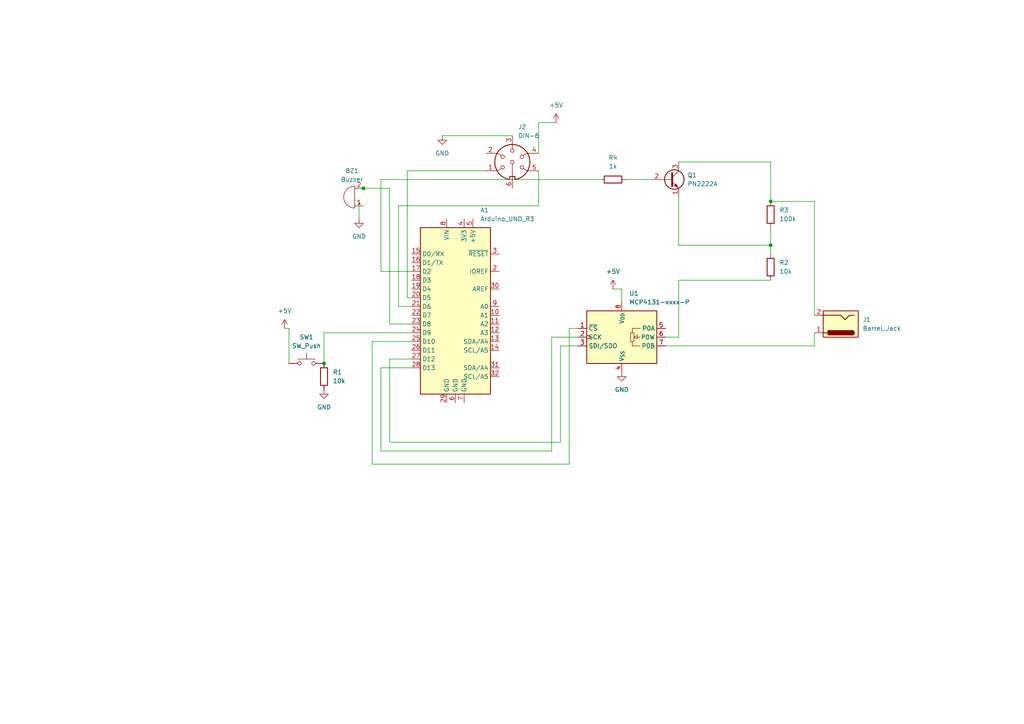
<source format=kicad_sch>
(kicad_sch (version 20250114) (generator "eeschema") (generator_version "9.0")
  (paper "A4")
  (title_block (title "Stitch Regulator") (rev "2") (company "Stitch The Planet"))
  (lib_symbols
    (symbol "Connector:Barrel_Jack" (pin_names (offset 1.016))
      (property "Reference" "J" (at 0 5.334 0))
      (property "Value" "Barrel_Jack" (at 0 -5.08 0))
      (symbol "Barrel_Jack_0_1"
        (rectangle (start -5.08 3.81) (end 5.08 -3.81) (stroke (width 0.254)) (fill (type background)))
        (polyline (pts (xy -3.81 -2.54) (xy -2.54 -2.54) (xy -1.27 -1.27) (xy 0 -2.54) (xy 2.54 -2.54) (xy 5.08 -2.54)) (stroke (width 0.254)))
        (arc (start -3.302 1.905) (mid -3.9343 2.54) (end -3.302 3.175) (stroke (width 0.254)))
        (arc (start -3.302 1.905) (mid -3.9343 2.54) (end -3.302 3.175) (stroke (width 0.254)) (fill (type outline)))
        (rectangle (start 3.683 3.175) (end -3.302 1.905) (stroke (width 0.254)) (fill (type outline)))
        (polyline (pts (xy 5.08 2.54) (xy 3.81 2.54)) (stroke (width 0.254)))
      )
      (symbol "Barrel_Jack_1_1"
        (pin passive line (at 7.62 2.54 180) (length 2.54) (name "~") (number "1"))
        (pin passive line (at 7.62 -2.54 180) (length 2.54) (name "~") (number "2"))
      )
    )
    (symbol "Connector:DIN-6" (pin_names (offset 1.016))
      (property "Reference" "J" (at 3.175 5.715 0))
      (property "Value" "DIN-6" (at 4.445 -4.445 0))
      (symbol "DIN-6_0_1"
        (polyline (pts (xy -5.08 2.54) (xy -4.318 2.54) (xy -3.175 1.905)))
        (polyline (pts (xy -5.08 -2.54) (xy -4.318 -2.54) (xy -3.175 -1.905)))
        (circle (center -2.794 1.524) (radius 0.508))
        (circle (center -2.794 -1.524) (radius 0.508))
        (polyline (pts (xy -0.762 -4.953) (xy -0.762 -4.191) (xy 0.762 -4.191) (xy 0.762 -4.953)) (stroke (width 0.254)))
        (arc (start 5.08 0) (mid 3.8673 -3.3444) (end 0.762 -5.08) (stroke (width 0.254)))
        (polyline (pts (xy 0 5.08) (xy 0 3.81)))
        (circle (center 0 3.302) (radius 0.508))
        (circle (center 0 0) (radius 0.508))
        (arc (start -5.08 0) (mid 0 5.0579) (end 5.08 0) (stroke (width 0.254)))
        (polyline (pts (xy 0 -5.08) (xy 0 -0.508)))
        (arc (start -0.762 -5.08) (mid -3.8597 -3.3379) (end -5.08 0) (stroke (width 0.254)))
        (circle (center 2.794 1.524) (radius 0.508))
        (circle (center 2.794 -1.524) (radius 0.508))
        (polyline (pts (xy 5.08 2.54) (xy 4.318 2.54) (xy 3.175 1.905)))
        (polyline (pts (xy 5.08 -2.54) (xy 4.318 -2.54) (xy 3.175 -1.905)))
      )
      (symbol "DIN-6_1_1"
        (pin passive line (at -7.62 2.54 0) (length 2.54) (name "~") (number "2"))
        (pin passive line (at -7.62 -2.54 0) (length 2.54) (name "~") (number "1"))
        (pin passive line (at 0 7.62 270) (length 2.54) (name "~") (number "3"))
        (pin passive line (at 0 -7.62 90) (length 2.54) (name "~") (number "6"))
        (pin passive line (at 7.62 2.54 180) (length 2.54) (name "~") (number "4"))
        (pin passive line (at 7.62 -2.54 180) (length 2.54) (name "~") (number "5"))
      )
    )
    (symbol "Device:Buzzer" (pin_names (offset 0.0254) (hide yes))
      (property "Reference" "BZ" (at 3.81 1.27 0))
      (property "Value" "Buzzer" (at 3.81 -1.27 0))
      (symbol "Buzzer_0_1"
        (polyline (pts (xy -1.651 1.905) (xy -1.143 1.905)))
        (polyline (pts (xy -1.397 2.159) (xy -1.397 1.651)))
        (arc (start 0 3.175) (mid 3.1612 0) (end 0 -3.175))
        (polyline (pts (xy 0 3.175) (xy 0 -3.175)))
      )
      (symbol "Buzzer_1_1"
        (pin passive line (at -2.54 2.54 0) (length 2.54) (name "+") (number "1"))
        (pin passive line (at -2.54 -2.54 0) (length 2.54) (name "-") (number "2"))
      )
    )
    (symbol "Device:R" (pin_numbers (hide yes)) (pin_names (offset 0))
      (property "Reference" "R" (at 2.032 0 90))
      (property "Value" "R" (at 0 0 90))
      (symbol "R_0_1"
        (rectangle (start -1.016 -2.54) (end 1.016 2.54) (stroke (width 0.254)))
      )
      (symbol "R_1_1"
        (pin passive line (at 0 3.81 270) (length 1.27) (name "~") (number "1"))
        (pin passive line (at 0 -3.81 90) (length 1.27) (name "~") (number "2"))
      )
    )
    (symbol "MCU_Module:Arduino_UNO_R3"
      (property "Reference" "A" (at -10.16 23.495 0))
      (property "Value" "Arduino_UNO_R3" (at 5.08 -26.67 0))
      (symbol "Arduino_UNO_R3_0_1"
        (rectangle (start -10.16 22.86) (end 10.16 -25.4) (stroke (width 0.254)) (fill (type background)))
      )
      (symbol "Arduino_UNO_R3_1_1"
        (pin bidirectional line (at -12.7 15.24 0) (length 2.54) (name "D0/RX") (number "15"))
        (pin bidirectional line (at -12.7 12.7 0) (length 2.54) (name "D1/TX") (number "16"))
        (pin bidirectional line (at -12.7 10.16 0) (length 2.54) (name "D2") (number "17"))
        (pin bidirectional line (at -12.7 7.62 0) (length 2.54) (name "D3") (number "18"))
        (pin bidirectional line (at -12.7 5.08 0) (length 2.54) (name "D4") (number "19"))
        (pin bidirectional line (at -12.7 2.54 0) (length 2.54) (name "D5") (number "20"))
        (pin bidirectional line (at -12.7 0 0) (length 2.54) (name "D6") (number "21"))
        (pin bidirectional line (at -12.7 -2.54 0) (length 2.54) (name "D7") (number "22"))
        (pin bidirectional line (at -12.7 -5.08 0) (length 2.54) (name "D8") (number "23"))
        (pin bidirectional line (at -12.7 -7.62 0) (length 2.54) (name "D9") (number "24"))
        (pin bidirectional line (at -12.7 -10.16 0) (length 2.54) (name "D10") (number "25"))
        (pin bidirectional line (at -12.7 -12.7 0) (length 2.54) (name "D11") (number "26"))
        (pin bidirectional line (at -12.7 -15.24 0) (length 2.54) (name "D12") (number "27"))
        (pin bidirectional line (at -12.7 -17.78 0) (length 2.54) (name "D13") (number "28"))
        (pin no_connect line (at -10.16 -20.32 0) (length 2.54) (hide yes) (name "NC") (number "1"))
        (pin power_in line (at -2.54 25.4 270) (length 2.54) (name "VIN") (number "8"))
        (pin power_in line (at -2.54 -27.94 90) (length 2.54) (name "GND") (number "29"))
        (pin power_in line (at 0 -27.94 90) (length 2.54) (name "GND") (number "6"))
        (pin power_out line (at 2.54 25.4 270) (length 2.54) (name "3V3") (number "4"))
        (pin power_in line (at 2.54 -27.94 90) (length 2.54) (name "GND") (number "7"))
        (pin power_out line (at 5.08 25.4 270) (length 2.54) (name "+5V") (number "5"))
        (pin input line (at 12.7 15.24 180) (length 2.54) (name "~{RESET}") (number "3"))
        (pin output line (at 12.7 10.16 180) (length 2.54) (name "IOREF") (number "2"))
        (pin input line (at 12.7 5.08 180) (length 2.54) (name "AREF") (number "30"))
        (pin bidirectional line (at 12.7 0 180) (length 2.54) (name "A0") (number "9"))
        (pin bidirectional line (at 12.7 -2.54 180) (length 2.54) (name "A1") (number "10"))
        (pin bidirectional line (at 12.7 -5.08 180) (length 2.54) (name "A2") (number "11"))
        (pin bidirectional line (at 12.7 -7.62 180) (length 2.54) (name "A3") (number "12"))
        (pin bidirectional line (at 12.7 -10.16 180) (length 2.54) (name "SDA/A4") (number "13"))
        (pin bidirectional line (at 12.7 -12.7 180) (length 2.54) (name "SCL/A5") (number "14"))
        (pin bidirectional line (at 12.7 -17.78 180) (length 2.54) (name "SDA/A4") (number "31"))
        (pin bidirectional line (at 12.7 -20.32 180) (length 2.54) (name "SCL/A5") (number "32"))
      )
    )
    (symbol "Potentiometer_Digital:MCP4131-xxxx-P"
      (property "Reference" "U" (at 2.54 11.43 0))
      (property "Value" "MCP4131-xxxx-P" (at 2.54 8.89 0))
      (symbol "MCP4131-xxxx-P_0_0"
        (pin input line (at -12.7 2.54 0) (length 2.54) (name "~{CS}") (number "1"))
        (pin input clock (at -12.7 0 0) (length 2.54) (name "SCK") (number "2"))
        (pin bidirectional line (at -12.7 -2.54 0) (length 2.54) (name "SDI/SDO") (number "3"))
        (pin power_in line (at 0 10.16 270) (length 2.54) (name "V_{DD}") (number "8"))
        (pin power_in line (at 0 -10.16 90) (length 2.54) (name "V_{SS}") (number "4"))
        (pin passive line (at 12.7 2.54 180) (length 2.54) (name "P0A") (number "5"))
        (pin passive line (at 12.7 0 180) (length 2.54) (name "P0W") (number "6"))
        (pin passive line (at 12.7 -2.54 180) (length 2.54) (name "P0B") (number "7"))
      )
      (symbol "MCP4131-xxxx-P_0_1"
        (rectangle (start 2.54 1.27) (end 3.556 -1.27))
        (polyline (pts (xy 3.048 -1.27) (xy 3.048 -2.54) (xy 5.334 -2.54)))
        (polyline (pts (xy 4.572 0.508) (xy 3.556 0) (xy 4.572 -0.508) (xy 4.572 0.508)))
        (polyline (pts (xy 4.572 0) (xy 5.334 0)))
        (polyline (pts (xy 5.334 2.54) (xy 3.048 2.54) (xy 3.048 1.27)))
      )
      (symbol "MCP4131-xxxx-P_1_1"
        (rectangle (start -10.16 7.62) (end 10.16 -7.62) (stroke (width 0.254)) (fill (type background)))
      )
    )
    (symbol "Switch:SW_Push" (pin_numbers (hide yes)) (pin_names (offset 1.016) (hide yes))
      (property "Reference" "SW" (at 1.27 2.54 0))
      (property "Value" "SW_Push" (at 0 -1.524 0))
      (symbol "SW_Push_0_1"
        (circle (center -2.032 0) (radius 0.508))
        (polyline (pts (xy 0 1.27) (xy 0 3.048)))
        (circle (center 2.032 0) (radius 0.508))
        (polyline (pts (xy 2.54 1.27) (xy -2.54 1.27)))
        (pin passive line (at -5.08 0 0) (length 2.54) (name "1") (number "1"))
        (pin passive line (at 5.08 0 180) (length 2.54) (name "2") (number "2"))
      )
    )
    (symbol "Transistor_BJT:PN2222A" (pin_names (offset 0) (hide yes))
      (property "Reference" "Q" (at 5.08 1.905 0))
      (property "Value" "PN2222A" (at 5.08 0 0))
      (symbol "PN2222A_0_1"
        (polyline (pts (xy -2.54 0) (xy 0.635 0)))
        (polyline (pts (xy 0.635 1.905) (xy 0.635 -1.905)) (stroke (width 0.508)))
        (circle (center 1.27 0) (radius 2.8194) (stroke (width 0.254)))
      )
      (symbol "PN2222A_1_1"
        (polyline (pts (xy 0.635 0.635) (xy 2.54 2.54)))
        (polyline (pts (xy 0.635 -0.635) (xy 2.54 -2.54)))
        (polyline (pts (xy 1.27 -1.778) (xy 1.778 -1.27) (xy 2.286 -2.286) (xy 1.27 -1.778)) (fill (type outline)))
        (pin input line (at -5.08 0 0) (length 2.54) (name "B") (number "2"))
        (pin passive line (at 2.54 5.08 270) (length 2.54) (name "C") (number "3"))
        (pin passive line (at 2.54 -5.08 90) (length 2.54) (name "E") (number "1"))
      )
    )
    (symbol "power:+5V" (power) (pin_numbers (hide yes)) (pin_names (offset 0) (hide yes))
      (property "Value" "+5V" (at 0 3.556 0))
      (symbol "+5V_0_1"
        (polyline (pts (xy -0.762 1.27) (xy 0 2.54)))
        (polyline (pts (xy 0 2.54) (xy 0.762 1.27)))
        (polyline (pts (xy 0 0) (xy 0 2.54)))
      )
      (symbol "+5V_1_1"
        (pin power_in line (at 0 0 90) (length 0) (name "~") (number "1"))
      )
    )
    (symbol "power:GND" (power) (pin_numbers (hide yes)) (pin_names (offset 0) (hide yes))
      (property "Value" "GND" (at 0 -3.81 0))
      (symbol "GND_0_1"
        (polyline (pts (xy 0 0) (xy 0 -1.27) (xy 1.27 -1.27) (xy 0 -2.54) (xy -1.27 -1.27) (xy 0 -1.27)))
      )
      (symbol "GND_1_1"
        (pin power_in line (at 0 0 270) (length 0) (name "~") (number "1"))
      )
    )
  )
  (junction (at 105.41 54.61))
  (junction (at 93.98 105.41))
  (junction (at 223.52 58.42))
  (junction (at 223.52 71.12))
  (wire (pts (xy 113.03 128.27) (xy 113.03 104.14)))
  (wire (pts (xy 83.82 95.25) (xy 82.55 95.25)))
  (wire (pts (xy 236.22 100.33) (xy 236.22 96.52)))
  (wire (pts (xy 156.21 44.45) (xy 156.21 35.56)))
  (wire (pts (xy 107.95 134.62) (xy 107.95 99.06)))
  (wire (pts (xy 165.1 134.62) (xy 107.95 134.62)))
  (wire (pts (xy 177.8 83.82) (xy 180.34 83.82)))
  (wire (pts (xy 189.23 52.07) (xy 181.61 52.07)))
  (wire (pts (xy 113.03 104.14) (xy 119.38 104.14)))
  (wire (pts (xy 236.22 58.42) (xy 223.52 58.42)))
  (wire (pts (xy 110.49 52.07) (xy 110.49 78.74)))
  (wire (pts (xy 156.21 49.53) (xy 156.21 59.69)))
  (wire (pts (xy 196.85 81.28) (xy 196.85 97.79)))
  (wire (pts (xy 162.56 128.27) (xy 113.03 128.27)))
  (wire (pts (xy 93.98 96.52) (xy 93.98 105.41)))
  (wire (pts (xy 223.52 66.04) (xy 223.52 71.12)))
  (wire (pts (xy 113.03 93.98) (xy 119.38 93.98)))
  (wire (pts (xy 223.52 46.99) (xy 223.52 58.42)))
  (wire (pts (xy 196.85 46.99) (xy 223.52 46.99)))
  (wire (pts (xy 196.85 97.79) (xy 193.04 97.79)))
  (wire (pts (xy 223.52 71.12) (xy 223.52 73.66)))
  (wire (pts (xy 105.41 54.61) (xy 113.03 54.61)))
  (wire (pts (xy 196.85 71.12) (xy 223.52 71.12)))
  (wire (pts (xy 113.03 54.61) (xy 113.03 93.98)))
  (wire (pts (xy 167.64 100.33) (xy 162.56 100.33)))
  (wire (pts (xy 162.56 100.33) (xy 162.56 128.27)))
  (wire (pts (xy 115.57 88.9) (xy 119.38 88.9)))
  (wire (pts (xy 156.21 59.69) (xy 115.57 59.69)))
  (wire (pts (xy 140.97 49.53) (xy 118.11 49.53)))
  (wire (pts (xy 118.11 49.53) (xy 118.11 86.36)))
  (wire (pts (xy 128.27 39.37) (xy 148.59 39.37)))
  (wire (pts (xy 196.85 57.15) (xy 196.85 71.12)))
  (wire (pts (xy 223.52 81.28) (xy 196.85 81.28)))
  (wire (pts (xy 173.99 52.07) (xy 110.49 52.07)))
  (wire (pts (xy 110.49 78.74) (xy 119.38 78.74)))
  (wire (pts (xy 107.95 99.06) (xy 119.38 99.06)))
  (wire (pts (xy 180.34 83.82) (xy 180.34 87.63)))
  (wire (pts (xy 104.14 63.5) (xy 104.14 59.69)))
  (wire (pts (xy 167.64 97.79) (xy 160.02 97.79)))
  (wire (pts (xy 160.02 130.81) (xy 110.49 130.81)))
  (wire (pts (xy 110.49 130.81) (xy 110.49 106.68)))
  (wire (pts (xy 104.14 59.69) (xy 105.41 59.69)))
  (wire (pts (xy 110.49 106.68) (xy 119.38 106.68)))
  (wire (pts (xy 165.1 95.25) (xy 165.1 134.62)))
  (wire (pts (xy 236.22 91.44) (xy 236.22 58.42)))
  (wire (pts (xy 193.04 100.33) (xy 236.22 100.33)))
  (wire (pts (xy 104.14 54.61) (xy 105.41 54.61)))
  (wire (pts (xy 160.02 97.79) (xy 160.02 130.81)))
  (wire (pts (xy 118.11 86.36) (xy 119.38 86.36)))
  (wire (pts (xy 119.38 96.52) (xy 93.98 96.52)))
  (wire (pts (xy 156.21 35.56) (xy 161.29 35.56)))
  (wire (pts (xy 115.57 59.69) (xy 115.57 88.9)))
  (wire (pts (xy 83.82 105.41) (xy 83.82 95.25)))
  (wire (pts (xy 167.64 95.25) (xy 165.1 95.25)))
  (symbol (lib_id "Device:R") (at 93.98 109.22 0) (unit 1)
    (property "Reference" "R1" (at 96.52 107.9499 0) (effects (justify left)))
    (property "Value" "10k" (at 96.52 110.4899 0) (effects (justify left)))
    (property "Description" "Resistor" (effects (hide yes)))
  )
  (symbol (lib_id "power:+5V") (at 161.29 35.56 0) (unit 1)
    (property "Reference" "#PWR03" (effects (hide yes)))
    (property "Value" "+5V" (at 161.29 30.48 0))
    (property "Description" "Power symbol creates a global label with name \"+5V\"" (effects (hide yes)))
  )
  (symbol (lib_id "power:GND") (at 93.98 113.03 0) (unit 1)
    (property "Reference" "#PWR01" (effects (hide yes)))
    (property "Value" "GND" (at 93.98 118.11 0))
    (property "Description" "Power symbol creates a global label with name \"GND\" , ground" (effects (hide yes)))
  )
  (symbol (lib_id "power:+5V") (at 82.55 95.25 0) (unit 1)
    (property "Reference" "#PWR04" (effects (hide yes)))
    (property "Value" "+5V" (at 82.55 90.17 0))
    (property "Description" "Power symbol creates a global label with name \"+5V\"" (effects (hide yes)))
  )
  (symbol (lib_id "MCU_Module:Arduino_UNO_R3") (at 132.08 88.9 0) (unit 1)
    (property "Reference" "A1" (at 139.3033 60.96 0) (effects (justify left)))
    (property "Value" "Arduino_UNO_R3" (at 139.3033 63.5 0) (effects (justify left)))
    (property "Footprint" "Module:Arduino_UNO_R3" (effects (hide yes)))
    (property "Datasheet" "https://www.arduino.cc/en/Main/arduinoBoardUno" (effects (hide yes)))
    (property "Description" "Arduino UNO Microcontroller Module, release 3" (effects (hide yes)))
  )
  (symbol (lib_id "Transistor_BJT:PN2222A") (at 194.31 52.07 0) (unit 1)
    (property "Reference" "Q1" (at 199.39 50.7999 0) (effects (justify left)))
    (property "Value" "PN2222A" (at 199.39 53.3399 0) (effects (justify left)))
    (property "Footprint" "Package_TO_SOT_THT:TO-92_Inline" (effects (hide yes)))
    (property "Datasheet" "https://www.onsemi.com/pub/Collateral/PN2222-D.PDF" (effects (hide yes)))
    (property "Description" "1A Ic, 40V Vce, NPN Transistor, General Purpose Transistor, TO-92" (effects (hide yes)))
  )
  (symbol (lib_id "Switch:SW_Push") (at 88.9 105.41 0) (unit 1)
    (property "Reference" "SW1" (at 88.9 97.79 0))
    (property "Value" "SW_Push" (at 88.9 100.33 0))
    (property "Description" "Push button switch, generic, two pins" (effects (hide yes)))
  )
  (symbol (lib_id "Device:Buzzer") (at 102.87 57.15 180) (unit 1)
    (property "Reference" "BZ1" (at 102.1149 49.53 0))
    (property "Value" "Buzzer" (at 102.1149 52.07 0))
    (property "Description" "Buzzer, polarized" (effects (hide yes)))
  )
  (symbol (lib_id "Connector:DIN-6") (at 148.59 46.99 0) (unit 1)
    (property "Reference" "J2" (at 150.2411 36.83 0) (effects (justify left)))
    (property "Value" "DIN-6" (at 150.2411 39.37 0) (effects (justify left)))
    (property "Datasheet" "http://www.mouser.com/ds/2/18/40_c091_abd_e-75918.pdf" (effects (hide yes)))
    (property "Description" "6-pin DIN connector" (effects (hide yes)))
  )
  (symbol (lib_id "Device:R") (at 177.8 52.07 270) (unit 1)
    (property "Reference" "R4" (at 177.8 45.72 90))
    (property "Value" "1k" (at 177.8 48.26 90))
    (property "Description" "Resistor" (effects (hide yes)))
  )
  (symbol (lib_id "power:+5V") (at 177.8 83.82 0) (unit 1)
    (property "Reference" "#PWR06" (effects (hide yes)))
    (property "Value" "+5V" (at 177.8 78.74 0))
    (property "Description" "Power symbol creates a global label with name \"+5V\"" (effects (hide yes)))
  )
  (symbol (lib_id "Device:R") (at 223.52 77.47 0) (unit 1)
    (property "Reference" "R2" (at 226.06 76.1999 0) (effects (justify left)))
    (property "Value" "10k" (at 226.06 78.7399 0) (effects (justify left)))
    (property "Description" "Resistor" (effects (hide yes)))
  )
  (symbol (lib_id "Connector:Barrel_Jack") (at 243.84 93.98 180) (unit 1)
    (property "Reference" "J1" (at 250.19 92.7099 0) (effects (justify right)))
    (property "Value" "Barrel_Jack" (at 250.19 95.2499 0) (effects (justify right)))
    (property "Description" "DC Barrel Jack" (effects (hide yes)))
  )
  (symbol (lib_id "Device:R") (at 223.52 62.23 0) (unit 1)
    (property "Reference" "R3" (at 226.06 60.9599 0) (effects (justify left)))
    (property "Value" "100k" (at 226.06 63.4999 0) (effects (justify left)))
    (property "Description" "Resistor" (effects (hide yes)))
  )
  (symbol (lib_id "power:GND") (at 180.34 107.95 0) (unit 1)
    (property "Reference" "#PWR05" (effects (hide yes)))
    (property "Value" "GND" (at 180.34 113.03 0))
    (property "Description" "Power symbol creates a global label with name \"GND\" , ground" (effects (hide yes)))
  )
  (symbol (lib_id "power:GND") (at 128.27 39.37 0) (unit 1)
    (property "Reference" "#PWR02" (effects (hide yes)))
    (property "Value" "GND" (at 128.27 44.45 0))
    (property "Description" "Power symbol creates a global label with name \"GND\" , ground" (effects (hide yes)))
  )
  (symbol (lib_id "power:GND") (at 104.14 63.5 0) (unit 1)
    (property "Reference" "#PWR08" (effects (hide yes)))
    (property "Value" "GND" (at 104.14 68.58 0))
    (property "Description" "Power symbol creates a global label with name \"GND\" , ground" (effects (hide yes)))
  )
  (symbol (lib_id "Potentiometer_Digital:MCP4131-xxxx-P") (at 180.34 97.79 0) (unit 1)
    (property "Reference" "U1" (at 182.4833 85.09 0) (effects (justify left)))
    (property "Value" "MCP4131-xxxx-P" (at 182.4833 87.63 0) (effects (justify left)))
    (property "Footprint" "Package_DIP:DIP-8_W7.62mm" (effects (hide yes)))
    (property "Datasheet" "https://ww1.microchip.com/downloads/aemDocuments/documents/OTH/ProductDocuments/DataSheets/22060b.pdf" (effects (hide yes)))
    (property "Description" "Single Digital Potentiometer, SPI interface, 129 taps, 5/10/50/100 kohm, volatile memory" (effects (hide yes)))
  )
)
</source>
